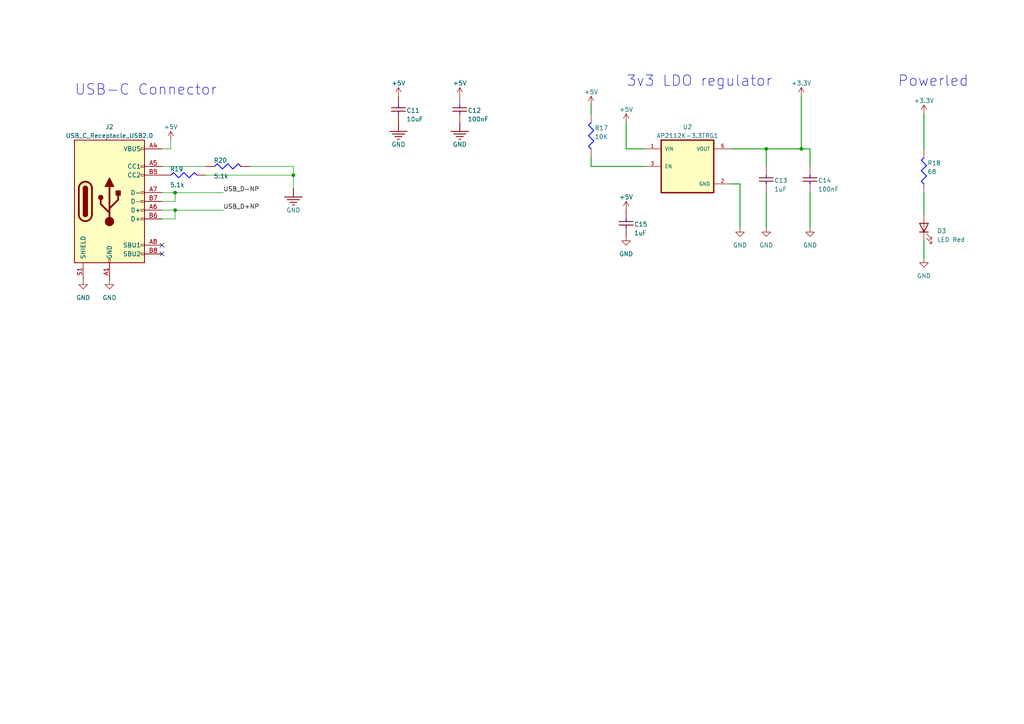
<source format=kicad_sch>
(kicad_sch (version 20230121) (generator eeschema)
  (paper "A4")
  (lib_symbols
    (symbol "AP2112K-3.3TRG1:AP2112K-3.3TRG1" (pin_names (offset 1.016))
      (property "Reference" "U" (at -7.663 8.6476 0))
      (property "Value" "AP2112K-3.3TRG1" (at -7.6489 -11.6507 0))
      (symbol "AP2112K-3.3TRG1_0_0"
        (rectangle (start -7.62 -7.62) (end 7.62 7.62) (stroke (width 0.41)) (fill (type background)))
        (pin power_in line (at -12.7 5.08 0) (length 5.08) (name "VIN") (number "1"))
        (pin power_in line (at 12.7 -5.08 180) (length 5.08) (name "GND") (number "2"))
        (pin input line (at -12.7 0 0) (length 5.08) (name "EN") (number "3"))
        (pin power_in line (at 12.7 5.08 180) (length 5.08) (name "VOUT") (number "5"))
      )
    )
    (symbol "Connector:USB_C_Receptacle_USB2.0" (pin_names (offset 1.016))
      (property "Reference" "J" (at -10.16 19.05 0))
      (property "Value" "USB_C_Receptacle_USB2.0" (at 19.05 19.05 0))
      (symbol "USB_C_Receptacle_USB2.0_0_0"
        (rectangle (start -0.254 -17.78) (end 0.254 -16.764))
        (rectangle (start 10.16 -14.986) (end 9.144 -15.494))
        (rectangle (start 10.16 -12.446) (end 9.144 -12.954))
        (rectangle (start 10.16 -4.826) (end 9.144 -5.334))
        (rectangle (start 10.16 -2.286) (end 9.144 -2.794))
        (rectangle (start 10.16 0.254) (end 9.144 -0.254))
        (rectangle (start 10.16 2.794) (end 9.144 2.286))
        (rectangle (start 10.16 7.874) (end 9.144 7.366))
        (rectangle (start 10.16 10.414) (end 9.144 9.906))
        (rectangle (start 10.16 15.494) (end 9.144 14.986))
      )
      (symbol "USB_C_Receptacle_USB2.0_0_1"
        (rectangle (start -10.16 17.78) (end 10.16 -17.78) (stroke (width 0.254)) (fill (type background)))
        (arc (start -8.89 -3.81) (mid -6.985 -5.7067) (end -5.08 -3.81) (stroke (width 0.508)))
        (arc (start -7.62 -3.81) (mid -6.985 -4.4423) (end -6.35 -3.81) (stroke (width 0.254)))
        (arc (start -7.62 -3.81) (mid -6.985 -4.4423) (end -6.35 -3.81) (stroke (width 0.254)) (fill (type outline)))
        (rectangle (start -7.62 -3.81) (end -6.35 3.81) (stroke (width 0.254)) (fill (type outline)))
        (arc (start -6.35 3.81) (mid -6.985 4.4423) (end -7.62 3.81) (stroke (width 0.254)))
        (arc (start -6.35 3.81) (mid -6.985 4.4423) (end -7.62 3.81) (stroke (width 0.254)) (fill (type outline)))
        (arc (start -5.08 3.81) (mid -6.985 5.7067) (end -8.89 3.81) (stroke (width 0.508)))
        (circle (center -2.54 1.143) (radius 0.635) (stroke (width 0.254)) (fill (type outline)))
        (circle (center 0 -5.842) (radius 1.27) (fill (type outline)))
        (polyline (pts (xy -8.89 -3.81) (xy -8.89 3.81)) (stroke (width 0.508)))
        (polyline (pts (xy -5.08 3.81) (xy -5.08 -3.81)) (stroke (width 0.508)))
        (polyline (pts (xy 0 -5.842) (xy 0 4.318)) (stroke (width 0.508)))
        (polyline (pts (xy 0 -3.302) (xy -2.54 -0.762) (xy -2.54 0.508)) (stroke (width 0.508)))
        (polyline (pts (xy 0 -2.032) (xy 2.54 0.508) (xy 2.54 1.778)) (stroke (width 0.508)))
        (polyline (pts (xy -1.27 4.318) (xy 0 6.858) (xy 1.27 4.318) (xy -1.27 4.318)) (stroke (width 0.254)) (fill (type outline)))
        (rectangle (start 1.905 1.778) (end 3.175 3.048) (stroke (width 0.254)) (fill (type outline)))
      )
      (symbol "USB_C_Receptacle_USB2.0_1_1"
        (pin passive line (at 0 -22.86 90) (length 5.08) (name "GND") (number "A1"))
        (pin passive line (at 0 -22.86 90) (length 5.08) hide (name "GND") (number "A12"))
        (pin passive line (at 15.24 15.24 180) (length 5.08) (name "VBUS") (number "A4"))
        (pin bidirectional line (at 15.24 10.16 180) (length 5.08) (name "CC1") (number "A5"))
        (pin bidirectional line (at 15.24 -2.54 180) (length 5.08) (name "D+") (number "A6"))
        (pin bidirectional line (at 15.24 2.54 180) (length 5.08) (name "D-") (number "A7"))
        (pin bidirectional line (at 15.24 -12.7 180) (length 5.08) (name "SBU1") (number "A8"))
        (pin passive line (at 15.24 15.24 180) (length 5.08) hide (name "VBUS") (number "A9"))
        (pin passive line (at 0 -22.86 90) (length 5.08) hide (name "GND") (number "B1"))
        (pin passive line (at 0 -22.86 90) (length 5.08) hide (name "GND") (number "B12"))
        (pin passive line (at 15.24 15.24 180) (length 5.08) hide (name "VBUS") (number "B4"))
        (pin bidirectional line (at 15.24 7.62 180) (length 5.08) (name "CC2") (number "B5"))
        (pin bidirectional line (at 15.24 -5.08 180) (length 5.08) (name "D+") (number "B6"))
        (pin bidirectional line (at 15.24 0 180) (length 5.08) (name "D-") (number "B7"))
        (pin bidirectional line (at 15.24 -15.24 180) (length 5.08) (name "SBU2") (number "B8"))
        (pin passive line (at 15.24 15.24 180) (length 5.08) hide (name "VBUS") (number "B9"))
        (pin passive line (at -7.62 -22.86 90) (length 5.08) (name "SHIELD") (number "S1"))
      )
    )
    (symbol "Device:LED" (pin_numbers hide) (pin_names (offset 1.016) hide)
      (property "Reference" "D" (at 0 2.54 0))
      (property "Value" "LED" (at 0 -2.54 0))
      (symbol "LED_0_1"
        (polyline (pts (xy -1.27 -1.27) (xy -1.27 1.27)) (stroke (width 0.254)))
        (polyline (pts (xy -1.27 0) (xy 1.27 0)))
        (polyline (pts (xy 1.27 -1.27) (xy 1.27 1.27) (xy -1.27 0) (xy 1.27 -1.27)) (stroke (width 0.254)))
        (polyline (pts (xy -3.048 -0.762) (xy -4.572 -2.286) (xy -3.81 -2.286) (xy -4.572 -2.286) (xy -4.572 -1.524)))
        (polyline (pts (xy -1.778 -0.762) (xy -3.302 -2.286) (xy -2.54 -2.286) (xy -3.302 -2.286) (xy -3.302 -1.524)))
      )
      (symbol "LED_1_1"
        (pin passive line (at -3.81 0 0) (length 2.54) (name "K") (number "1"))
        (pin passive line (at 3.81 0 180) (length 2.54) (name "A") (number "2"))
      )
    )
    (symbol "Sara-Export-altium-import:GND" (power)
      (property "Reference" "#PWR" (at 0 0 0))
      (property "Value" "GND" (at 0 6.35 0))
      (symbol "GND_0_0"
        (polyline (pts (xy -2.54 -2.54) (xy 2.54 -2.54)) (stroke (width 0.254)))
        (polyline (pts (xy -1.778 -3.302) (xy 1.778 -3.302)) (stroke (width 0.254)))
        (polyline (pts (xy -1.016 -4.064) (xy 1.016 -4.064)) (stroke (width 0.254)))
        (polyline (pts (xy -0.254 -4.826) (xy 0.254 -4.826)) (stroke (width 0.254)))
        (polyline (pts (xy 0 0) (xy 0 -2.54)) (stroke (width 0.254)))
        (pin power_in line (at 0 0 0) (length 0) hide (name "GND") (number ""))
      )
    )
    (symbol "Sara-Export-altium-import:root_0_Res3"
      (symbol "root_0_Res3_1_0"
        (polyline (pts (xy 7.62 -2.54) (xy 6.858 -1.778) (xy 5.334 -3.302) (xy 3.81 -1.778) (xy 2.286 -3.302) (xy 0.762 -1.778) (xy 0 -2.54)) (stroke (width 0.254) (color 0 0 255 1)))
        (pin passive line (at -2.54 -2.54 0) (length 2.54) (name "1") (number "1"))
        (pin passive line (at 10.16 -2.54 180) (length 2.54) (name "2") (number "2"))
      )
    )
    (symbol "Sara-Export-altium-import:root_1_Cap Semi"
      (symbol "root_1_Cap Semi_1_0"
        (polyline (pts (xy 0.508 1.778) (xy 4.572 1.778)) (stroke (width 0.254)))
        (polyline (pts (xy 2.54 0) (xy 2.54 0.762)) (stroke (width 0.254) (color 0 0 255 1)))
        (polyline (pts (xy 2.54 2.54) (xy 2.54 1.778)) (stroke (width 0.254) (color 0 0 255 1)))
        (polyline (pts (xy 4.572 0.762) (xy 0.508 0.762)) (stroke (width 0.254)))
        (pin passive line (at 2.54 -2.54 90) (length 2.54) (name "1") (number "1"))
        (pin passive line (at 2.54 5.08 270) (length 2.54) (name "2") (number "2"))
      )
    )
    (symbol "Sara-Export-altium-import:root_1_Res3"
      (symbol "root_1_Res3_1_0"
        (polyline (pts (xy 2.54 7.62) (xy 1.778 6.858) (xy 3.302 5.334) (xy 1.778 3.81) (xy 3.302 2.286) (xy 1.778 0.762) (xy 2.54 0)) (stroke (width 0.254) (color 0 0 255 1)))
        (pin passive line (at 2.54 -2.54 90) (length 2.54) (name "1") (number "1"))
        (pin passive line (at 2.54 10.16 270) (length 2.54) (name "2") (number "2"))
      )
    )
    (symbol "power:+3.3V" (power) (pin_names (offset 0))
      (property "Value" "+3.3V" (at 0 3.556 0))
      (symbol "+3.3V_0_1"
        (polyline (pts (xy -0.762 1.27) (xy 0 2.54)))
        (polyline (pts (xy 0 0) (xy 0 2.54)))
        (polyline (pts (xy 0 2.54) (xy 0.762 1.27)))
      )
      (symbol "+3.3V_1_1"
        (pin power_in line (at 0 0 90) (length 0) hide (name "+3.3V") (number "1"))
      )
    )
    (symbol "power:+5V" (power) (pin_names (offset 0))
      (property "Value" "+5V" (at 0 3.556 0))
      (symbol "+5V_0_1"
        (polyline (pts (xy -0.762 1.27) (xy 0 2.54)))
        (polyline (pts (xy 0 0) (xy 0 2.54)))
        (polyline (pts (xy 0 2.54) (xy 0.762 1.27)))
      )
      (symbol "+5V_1_1"
        (pin power_in line (at 0 0 90) (length 0) hide (name "+5V") (number "1"))
      )
    )
    (symbol "power:GND" (power) (pin_names (offset 0))
      (property "Value" "GND" (at 0 -3.81 0))
      (symbol "GND_0_1"
        (polyline (pts (xy 0 0) (xy 0 -1.27) (xy 1.27 -1.27) (xy 0 -2.54) (xy -1.27 -1.27) (xy 0 -1.27)))
      )
      (symbol "GND_1_1"
        (pin power_in line (at 0 0 270) (length 0) hide (name "GND") (number "1"))
      )
    )
  )
  (junction (at 85.09 50.8))
  (junction (at 50.8 55.88))
  (junction (at 222.25 43.18))
  (junction (at 50.8 60.96))
  (junction (at 232.41 43.18))
  (no_connect (at 46.99 71.12))
  (no_connect (at 46.99 73.66))
  (wire (pts (xy 212.09 43.18) (xy 222.25 43.18)) (stroke (width 0.254)))
  (wire (pts (xy 267.97 69.85) (xy 267.97 74.93)) (stroke (width 0.254)))
  (wire (pts (xy 267.97 33.02) (xy 267.97 43.18)) (stroke (width 0.254)))
  (wire (pts (xy 85.09 50.8) (xy 85.09 54.61)))
  (wire (pts (xy 234.95 55.88) (xy 234.95 66.04)) (stroke (width 0.254)))
  (wire (pts (xy 46.99 58.42) (xy 50.8 58.42)))
  (wire (pts (xy 222.25 48.26) (xy 222.25 43.18)) (stroke (width 0.254)))
  (wire (pts (xy 72.39 48.26) (xy 85.09 48.26)))
  (wire (pts (xy 46.99 55.88) (xy 50.8 55.88)))
  (wire (pts (xy 50.8 60.96) (xy 64.77 60.96)))
  (wire (pts (xy 186.69 48.26) (xy 171.45 48.26)) (stroke (width 0.254)))
  (wire (pts (xy 267.97 55.88) (xy 267.97 62.23)) (stroke (width 0.254)))
  (wire (pts (xy 171.45 48.26) (xy 171.45 45.72)) (stroke (width 0.254)))
  (wire (pts (xy 50.8 63.5) (xy 50.8 60.96)))
  (wire (pts (xy 232.41 43.18) (xy 234.95 43.18)) (stroke (width 0.254)))
  (wire (pts (xy 49.53 43.18) (xy 49.53 40.64)))
  (wire (pts (xy 212.09 53.34) (xy 214.63 53.34)) (stroke (width 0.254)))
  (wire (pts (xy 46.99 63.5) (xy 50.8 63.5)))
  (wire (pts (xy 222.25 55.88) (xy 222.25 66.04)) (stroke (width 0.254)))
  (wire (pts (xy 85.09 48.26) (xy 85.09 50.8)))
  (wire (pts (xy 59.69 50.8) (xy 85.09 50.8)))
  (wire (pts (xy 50.8 55.88) (xy 64.77 55.88)))
  (wire (pts (xy 46.99 48.26) (xy 59.69 48.26)))
  (wire (pts (xy 46.99 43.18) (xy 49.53 43.18)))
  (wire (pts (xy 186.69 43.18) (xy 181.61 43.18)) (stroke (width 0.254)))
  (wire (pts (xy 214.63 53.34) (xy 214.63 66.04)) (stroke (width 0.254)))
  (wire (pts (xy 222.25 43.18) (xy 232.41 43.18)) (stroke (width 0.254)))
  (wire (pts (xy 50.8 58.42) (xy 50.8 55.88)))
  (wire (pts (xy 171.45 30.48) (xy 171.45 33.02)) (stroke (width 0.254)))
  (wire (pts (xy 232.41 27.94) (xy 232.41 43.18)) (stroke (width 0.254)))
  (wire (pts (xy 234.95 43.18) (xy 234.95 48.26)) (stroke (width 0.254)))
  (wire (pts (xy 46.99 60.96) (xy 50.8 60.96)))
  (wire (pts (xy 181.61 43.18) (xy 181.61 35.56)) (stroke (width 0.254)))
  (text "USB-C Connector" (at 21.59 27.94 0) (effects (font (size 3.048 3.048)) (justify left bottom)))
  (text "Powerled" (at 260.35 25.4 0) (effects (font (size 3.048 3.048)) (justify left bottom)))
  (text "3v3 LDO regulator" (at 181.61 25.4 0) (effects (font (size 3.048 3.048)) (justify left bottom)))
  (label "USB_D-NP" (at 64.77 55.88 0))
  (label "USB_D+NP" (at 64.77 60.96 0))
  (symbol (lib_id "Sara-Export-altium-import:root_1_Cap Semi") (at 179.07 66.04 0) (unit 1)
    (property "Reference" "C15" (at 183.896 65.786 0) (effects (justify left bottom)))
    (property "Value" "1uF" (at 183.896 68.326 0) (effects (justify left bottom)))
    (property "Footprint" "Capacitor_SMD:C_0603_1608Metric_Pad1.08x0.95mm_HandSolder" (effects hide))
    (property "Datasheet" "https://datasheet.lcsc.com/lcsc/2304140030_Samsung-Electro-Mechanics-CL10B105KO8NNNC_C59782.pdf" (effects hide))
    (property "LCSC" "C59782" (effects hide))
    (instances (project "Sara-Export" (path "" (reference "C15") (unit 1))) (project "Sara-Export" (path "" (reference "C15") (unit 1))) (project "freedeck-smd" (path "" (reference "C16") (unit 1))))
  )
  (symbol (lib_id "Sara-Export-altium-import:GND") (at 133.35 35.56 0) (unit 1)
    (property "Reference" "#PWR?" (effects hide))
    (property "Value" "GND" (at 133.35 41.91 0))
    (instances (project "Sara-Export" (path "" (reference "#PWR?") (unit 1))) (project "Sara-Export" (path "" (reference "#PWR0198") (unit 1))) (project "freedeck-smd" (path "" (reference "#PWR042") (unit 1))))
  )
  (symbol (lib_id "power:GND") (at 267.97 74.93 0) (unit 1)
    (property "Reference" "#PWR01" (effects hide))
    (property "Value" "GND" (at 267.97 80.01 0))
    (instances (project "Sara-Export" (path "" (reference "#PWR01") (unit 1))) (project "freedeck-smd" (path "" (reference "#PWR052") (unit 1))))
  )
  (symbol (lib_id "Sara-Export-altium-import:GND") (at 85.09 54.61 0) (unit 1)
    (property "Reference" "#PWR?" (effects hide))
    (property "Value" "GND" (at 85.09 60.96 0))
    (instances (project "Sara-Export" (path "" (reference "#PWR?") (unit 1))) (project "Sara-Export" (path "" (reference "#PWR0194") (unit 1))) (project "freedeck-smd" (path "" (reference "#PWR038") (unit 1))))
  )
  (symbol (lib_id "AP2112K-3.3TRG1:AP2112K-3.3TRG1") (at 199.39 48.26 0) (unit 1)
    (property "Reference" "U2" (at 199.39 36.83 0))
    (property "Value" "AP2112K-3.3TRG1" (at 199.39 39.37 0))
    (property "Footprint" "Package_TO_SOT_SMD:SOT-23-5" (effects hide))
    (property "PARTREV" "2-2" (effects hide))
    (property "MANUFACTURER" "Diodes Inc." (effects hide))
    (property "LCSC" "C3021085" (effects hide))
    (instances (project "Sara-Export" (path "" (reference "U2") (unit 1))) (project "freedeck-smd" (path "" (reference "U3") (unit 1))))
  )
  (symbol (lib_id "power:GND") (at 222.25 66.04 0) (unit 1)
    (property "Reference" "#PWR05" (effects hide))
    (property "Value" "GND" (at 222.25 71.12 0))
    (instances (project "Sara-Export" (path "" (reference "#PWR05") (unit 1))) (project "freedeck-smd" (path "" (reference "#PWR048") (unit 1))))
  )
  (symbol (lib_id "power:+3.3V") (at 232.41 27.94 0) (unit 1)
    (property "Reference" "#PWR014" (effects hide))
    (property "Value" "+3.3V" (at 232.41 24.13 0))
    (instances (project "Sara-Export" (path "" (reference "#PWR014") (unit 1))) (project "freedeck-smd" (path "" (reference "#PWR049") (unit 1))))
  )
  (symbol (lib_id "power:GND") (at 234.95 66.04 0) (unit 1)
    (property "Reference" "#PWR04" (effects hide))
    (property "Value" "GND" (at 234.95 71.12 0))
    (instances (project "Sara-Export" (path "" (reference "#PWR04") (unit 1))) (project "freedeck-smd" (path "" (reference "#PWR050") (unit 1))))
  )
  (symbol (lib_id "power:GND") (at 214.63 66.04 0) (unit 1)
    (property "Reference" "#PWR06" (effects hide))
    (property "Value" "GND" (at 214.63 71.12 0))
    (instances (project "Sara-Export" (path "" (reference "#PWR06") (unit 1))) (project "freedeck-smd" (path "" (reference "#PWR047") (unit 1))))
  )
  (symbol (lib_id "Sara-Export-altium-import:GND") (at 115.57 35.56 0) (unit 1)
    (property "Reference" "#PWR?" (effects hide))
    (property "Value" "GND" (at 115.57 41.91 0))
    (instances (project "Sara-Export" (path "" (reference "#PWR?") (unit 1))) (project "Sara-Export" (path "" (reference "#PWR0197") (unit 1))) (project "freedeck-smd" (path "" (reference "#PWR040") (unit 1))))
  )
  (symbol (lib_id "Sara-Export-altium-import:root_0_Res3") (at 49.53 48.26 0) (unit 1)
    (property "Reference" "R19" (at 49.276 49.784 0) (effects (justify left bottom)))
    (property "Value" "5.1k" (at 49.276 54.356 0) (effects (justify left bottom)))
    (property "Footprint" "Resistor_SMD:R_0402_1005Metric_Pad0.72x0.64mm_HandSolder" (effects hide))
    (property "Datasheet" "https://datasheet.lcsc.com/lcsc/2304140030_YAGEO-RC0402FR-075K1L_C105872.pdf" (effects hide))
    (property "LCSC" "C105872" (effects hide))
    (instances (project "Sara-Export" (path "" (reference "R19") (unit 1))) (project "Sara-Export" (path "" (reference "R19") (unit 1))) (project "freedeck-smd" (path "" (reference "R3") (unit 1))))
  )
  (symbol (lib_id "power:+5V") (at 171.45 30.48 0) (unit 1)
    (property "Reference" "#PWR012" (effects hide))
    (property "Value" "+5V" (at 171.45 26.67 0))
    (instances (project "Sara-Export" (path "" (reference "#PWR012") (unit 1))) (project "freedeck-smd" (path "" (reference "#PWR043") (unit 1))))
  )
  (symbol (lib_id "power:+5V") (at 181.61 35.56 0) (unit 1)
    (property "Reference" "#PWR013" (effects hide))
    (property "Value" "+5V" (at 181.61 31.75 0))
    (instances (project "Sara-Export" (path "" (reference "#PWR013") (unit 1))) (project "freedeck-smd" (path "" (reference "#PWR044") (unit 1))))
  )
  (symbol (lib_id "Sara-Export-altium-import:root_1_Cap Semi") (at 232.41 53.34 0) (unit 1)
    (property "Reference" "C14" (at 237.236 53.086 0) (effects (justify left bottom)))
    (property "Value" "100nF" (at 237.236 55.626 0) (effects (justify left bottom)))
    (property "Footprint" "Capacitor_SMD:C_0402_1005Metric_Pad0.74x0.62mm_HandSolder" (effects hide))
    (property "Datasheet" "https://datasheet.lcsc.com/lcsc/2304140030_Samsung-Electro-Mechanics-CL05B104KO5NNNC_C1525.pdf" (effects hide))
    (property "LCSC" "C1525" (effects hide))
    (instances (project "Sara-Export" (path "" (reference "C14") (unit 1))) (project "Sara-Export" (path "" (reference "C14") (unit 1))) (project "freedeck-smd" (path "" (reference "C18") (unit 1))))
  )
  (symbol (lib_id "power:GND") (at 181.61 68.58 0) (unit 1)
    (property "Reference" "#PWR07" (effects hide))
    (property "Value" "GND" (at 181.61 73.66 0))
    (instances (project "Sara-Export" (path "" (reference "#PWR07") (unit 1))) (project "freedeck-smd" (path "" (reference "#PWR046") (unit 1))))
  )
  (symbol (lib_id "power:+5V") (at 133.35 27.94 0) (unit 1)
    (property "Reference" "#PWR011" (effects hide))
    (property "Value" "+5V" (at 133.35 24.13 0))
    (instances (project "Sara-Export" (path "" (reference "#PWR011") (unit 1))) (project "freedeck-smd" (path "" (reference "#PWR041") (unit 1))))
  )
  (symbol (lib_id "power:+5V") (at 49.53 40.64 0) (unit 1)
    (property "Reference" "#PWR09" (effects hide))
    (property "Value" "+5V" (at 49.53 36.83 0))
    (instances (project "Sara-Export" (path "" (reference "#PWR09") (unit 1))) (project "freedeck-smd" (path "" (reference "#PWR037") (unit 1))))
  )
  (symbol (lib_id "power:GND") (at 31.75 81.28 0) (unit 1)
    (property "Reference" "#PWR03" (effects hide))
    (property "Value" "GND" (at 31.75 86.36 0))
    (instances (project "Sara-Export" (path "" (reference "#PWR03") (unit 1))) (project "freedeck-smd" (path "" (reference "#PWR036") (unit 1))))
  )
  (symbol (lib_id "Sara-Export-altium-import:root_1_Cap Semi") (at 219.71 53.34 0) (unit 1)
    (property "Reference" "C13" (at 224.536 53.086 0) (effects (justify left bottom)))
    (property "Value" "1uF" (at 224.536 55.626 0) (effects (justify left bottom)))
    (property "Footprint" "Capacitor_SMD:C_0603_1608Metric_Pad1.08x0.95mm_HandSolder" (effects hide))
    (property "Datasheet" "https://datasheet.lcsc.com/lcsc/2304140030_Samsung-Electro-Mechanics-CL10B105KO8NNNC_C59782.pdf" (effects hide))
    (property "LCSC" "C59782" (effects hide))
    (instances (project "Sara-Export" (path "" (reference "C13") (unit 1))) (project "Sara-Export" (path "" (reference "C13") (unit 1))) (project "freedeck-smd" (path "" (reference "C17") (unit 1))))
  )
  (symbol (lib_id "Sara-Export-altium-import:root_1_Res3") (at 265.43 53.34 0) (unit 1)
    (property "Reference" "R18" (at 268.986 48.006 0) (effects (justify left bottom)))
    (property "Value" "68" (at 268.986 50.546 0) (effects (justify left bottom)))
    (property "Footprint" "Resistor_SMD:R_0402_1005Metric_Pad0.72x0.64mm_HandSolder" (effects hide))
    (property "Datasheet" "https://datasheet.lcsc.com/lcsc/2304140030_YAGEO-RC0402FR-0768RL_C163455.pdf" (effects hide))
    (property "LCSC" "C163455" (effects hide))
    (instances (project "Sara-Export" (path "" (reference "R18") (unit 1))) (project "Sara-Export" (path "" (reference "R18") (unit 1))) (project "freedeck-smd" (path "" (reference "R6") (unit 1))))
  )
  (symbol (lib_id "Sara-Export-altium-import:root_1_Cap Semi") (at 113.03 33.02 0) (unit 1)
    (property "Reference" "C11" (at 117.856 32.766 0) (effects (justify left bottom)))
    (property "Value" "10uF" (at 117.856 35.306 0) (effects (justify left bottom)))
    (property "Footprint" "Capacitor_SMD:C_0805_2012Metric_Pad1.18x1.45mm_HandSolder" (effects hide))
    (property "Datasheet" "https://datasheet.lcsc.com/lcsc/2304140030_Samsung-Electro-Mechanics-CL21B106KOQNNNE_C95841.pdf" (effects hide))
    (property "LCSC" "C95841" (effects hide))
    (instances (project "Sara-Export" (path "" (reference "C11") (unit 1))) (project "Sara-Export" (path "" (reference "C11") (unit 1))) (project "freedeck-smd" (path "" (reference "C14") (unit 1))))
  )
  (symbol (lib_id "power:+5V") (at 181.61 60.96 0) (unit 1)
    (property "Reference" "#PWR0125" (effects hide))
    (property "Value" "+5V" (at 181.61 57.15 0))
    (instances (project "Sara-Export" (path "" (reference "#PWR0125") (unit 1))) (project "freedeck-smd" (path "" (reference "#PWR045") (unit 1))))
  )
  (symbol (lib_id "power:+3.3V") (at 267.97 33.02 0) (unit 1)
    (property "Reference" "#PWR015" (effects hide))
    (property "Value" "+3.3V" (at 267.97 29.21 0))
    (instances (project "Sara-Export" (path "" (reference "#PWR015") (unit 1))) (project "freedeck-smd" (path "" (reference "#PWR051") (unit 1))))
  )
  (symbol (lib_id "Sara-Export-altium-import:root_1_Res3") (at 168.91 43.18 0) (unit 1)
    (property "Reference" "R17" (at 172.466 37.846 0) (effects (justify left bottom)))
    (property "Value" "10K" (at 172.466 40.386 0) (effects (justify left bottom)))
    (property "Footprint" "Resistor_SMD:R_0402_1005Metric_Pad0.72x0.64mm_HandSolder" (effects hide))
    (property "Datasheet" "https://datasheet.lcsc.com/lcsc/2304140030_YAGEO-AC0402FR-0710KL_C144807.pdf" (effects hide))
    (property "LCSC" "C144807" (effects hide))
    (instances (project "Sara-Export" (path "" (reference "R17") (unit 1))) (project "Sara-Export" (path "" (reference "R17") (unit 1))) (project "freedeck-smd" (path "" (reference "R5") (unit 1))))
  )
  (symbol (lib_id "power:+5V") (at 115.57 27.94 0) (unit 1)
    (property "Reference" "#PWR010" (effects hide))
    (property "Value" "+5V" (at 115.57 24.13 0))
    (instances (project "Sara-Export" (path "" (reference "#PWR010") (unit 1))) (project "freedeck-smd" (path "" (reference "#PWR039") (unit 1))))
  )
  (symbol (lib_id "Device:LED") (at 267.97 66.04 90) (unit 1)
    (property "Reference" "D3" (at 271.78 66.9925 90) (effects (justify right)))
    (property "Value" "LED Red" (at 271.78 69.5325 90) (effects (justify right)))
    (property "Footprint" "LED_SMD:LED_0402_1005Metric_Pad0.77x0.64mm_HandSolder" (effects hide))
    (property "Datasheet" "https://datasheet.lcsc.com/lcsc/2102221704_Yongyu-Photoelectric-SZYY0402R_C434445.pdf" (effects hide))
    (property "LCSC" "C434445" (effects hide))
    (instances (project "Sara-Export" (path "" (reference "D3") (unit 1))) (project "freedeck-smd" (path "" (reference "D1") (unit 1))))
  )
  (symbol (lib_id "Connector:USB_C_Receptacle_USB2.0") (at 31.75 58.42 0) (unit 1)
    (property "Reference" "J2" (at 31.75 36.83 0))
    (property "Value" "USB_C_Receptacle_USB2.0" (at 31.75 39.37 0))
    (property "Footprint" "Connector_USB:USB_C_Receptacle_HRO_TYPE-C-31-M-12" (effects hide))
    (property "Datasheet" "https://www.usb.org/sites/default/files/documents/usb_type-c.zip" (effects hide))
    (property "LCSC" "C165948" (effects hide))
    (instances (project "Sara-Export" (path "" (reference "J2") (unit 1))) (project "freedeck-smd" (path "" (reference "J1") (unit 1))))
  )
  (symbol (lib_id "power:GND") (at 24.13 81.28 0) (unit 1)
    (property "Reference" "#PWR02" (effects hide))
    (property "Value" "GND" (at 24.13 86.36 0))
    (instances (project "Sara-Export" (path "" (reference "#PWR02") (unit 1))) (project "freedeck-smd" (path "" (reference "#PWR035") (unit 1))))
  )
  (symbol (lib_id "Sara-Export-altium-import:root_0_Res3") (at 62.23 45.72 0) (unit 1)
    (property "Reference" "R20" (at 61.976 47.244 0) (effects (justify left bottom)))
    (property "Value" "5.1k" (at 61.976 51.816 0) (effects (justify left bottom)))
    (property "Footprint" "Resistor_SMD:R_0402_1005Metric_Pad0.72x0.64mm_HandSolder" (effects hide))
    (property "Datasheet" "https://datasheet.lcsc.com/lcsc/2304140030_YAGEO-RC0402FR-075K1L_C105872.pdf" (effects hide))
    (property "LCSC" "C105872" (effects hide))
    (instances (project "Sara-Export" (path "" (reference "R20") (unit 1))) (project "Sara-Export" (path "" (reference "R20") (unit 1))) (project "freedeck-smd" (path "" (reference "R4") (unit 1))))
  )
  (symbol (lib_id "Sara-Export-altium-import:root_1_Cap Semi") (at 130.81 33.02 0) (unit 1)
    (property "Reference" "C12" (at 135.636 32.766 0) (effects (justify left bottom)))
    (property "Value" "100nF" (at 135.636 35.306 0) (effects (justify left bottom)))
    (property "Footprint" "Capacitor_SMD:C_0402_1005Metric_Pad0.74x0.62mm_HandSolder" (effects hide))
    (property "Datasheet" "https://datasheet.lcsc.com/lcsc/2304140030_Samsung-Electro-Mechanics-CL05B104KO5NNNC_C1525.pdf" (effects hide))
    (property "LCSC" "C1525" (effects hide))
    (instances (project "Sara-Export" (path "" (reference "C12") (unit 1))) (project "Sara-Export" (path "" (reference "C12") (unit 1))) (project "freedeck-smd" (path "" (reference "C15") (unit 1))))
  )
)
</source>
